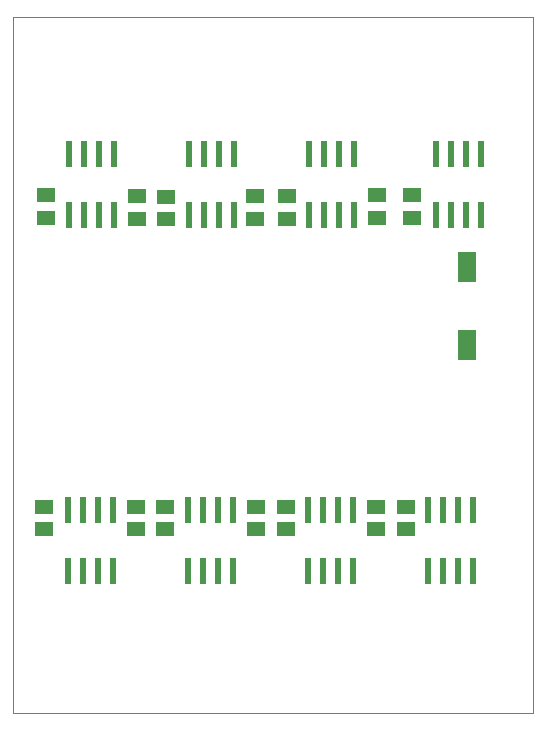
<source format=gtp>
G75*
%MOIN*%
%OFA0B0*%
%FSLAX25Y25*%
%IPPOS*%
%LPD*%
%AMOC8*
5,1,8,0,0,1.08239X$1,22.5*
%
%ADD10C,0.00000*%
%ADD11R,0.02362X0.08661*%
%ADD12R,0.06000X0.10000*%
%ADD13R,0.05906X0.05118*%
D10*
X0001300Y0001031D02*
X0001300Y0232921D01*
X0174528Y0232921D01*
X0174528Y0001031D01*
X0001300Y0001031D01*
D11*
X0019713Y0048252D03*
X0024713Y0048252D03*
X0029713Y0048252D03*
X0034713Y0048252D03*
X0034713Y0068724D03*
X0029713Y0068724D03*
X0024713Y0068724D03*
X0019713Y0068724D03*
X0059696Y0068724D03*
X0064696Y0068724D03*
X0069696Y0068724D03*
X0074696Y0068724D03*
X0074696Y0048252D03*
X0069696Y0048252D03*
X0064696Y0048252D03*
X0059696Y0048252D03*
X0099679Y0048252D03*
X0104679Y0048252D03*
X0109679Y0048252D03*
X0114679Y0048252D03*
X0114679Y0068724D03*
X0109679Y0068724D03*
X0104679Y0068724D03*
X0099679Y0068724D03*
X0139662Y0068724D03*
X0144662Y0068724D03*
X0149662Y0068724D03*
X0154662Y0068724D03*
X0154662Y0048252D03*
X0149662Y0048252D03*
X0144662Y0048252D03*
X0139662Y0048252D03*
X0142316Y0166878D03*
X0147316Y0166878D03*
X0152316Y0166878D03*
X0157316Y0166878D03*
X0157316Y0187350D03*
X0152316Y0187350D03*
X0147316Y0187350D03*
X0142316Y0187350D03*
X0115087Y0187350D03*
X0110087Y0187350D03*
X0105087Y0187350D03*
X0100087Y0187350D03*
X0100087Y0166878D03*
X0105087Y0166878D03*
X0110087Y0166878D03*
X0115087Y0166878D03*
X0074847Y0166878D03*
X0069847Y0166878D03*
X0064847Y0166878D03*
X0059847Y0166878D03*
X0059847Y0187350D03*
X0064847Y0187350D03*
X0069847Y0187350D03*
X0074847Y0187350D03*
X0034883Y0187350D03*
X0029883Y0187350D03*
X0024883Y0187350D03*
X0019883Y0187350D03*
X0019883Y0166878D03*
X0024883Y0166878D03*
X0029883Y0166878D03*
X0034883Y0166878D03*
D12*
X0152481Y0149543D03*
X0152481Y0123543D03*
D13*
X0134379Y0166020D03*
X0134379Y0173500D03*
X0122552Y0173500D03*
X0122552Y0166020D03*
X0092646Y0165626D03*
X0092646Y0173106D03*
X0082001Y0173106D03*
X0082001Y0165626D03*
X0052209Y0165571D03*
X0052209Y0173051D03*
X0042631Y0173106D03*
X0042631Y0165626D03*
X0012202Y0165986D03*
X0012202Y0173467D03*
X0011532Y0069567D03*
X0011532Y0062087D03*
X0042249Y0062087D03*
X0042249Y0069567D03*
X0052083Y0069567D03*
X0052083Y0062087D03*
X0082406Y0062087D03*
X0082406Y0069567D03*
X0092241Y0069567D03*
X0092241Y0062087D03*
X0122170Y0062087D03*
X0122170Y0069567D03*
X0132406Y0069567D03*
X0132406Y0062087D03*
M02*

</source>
